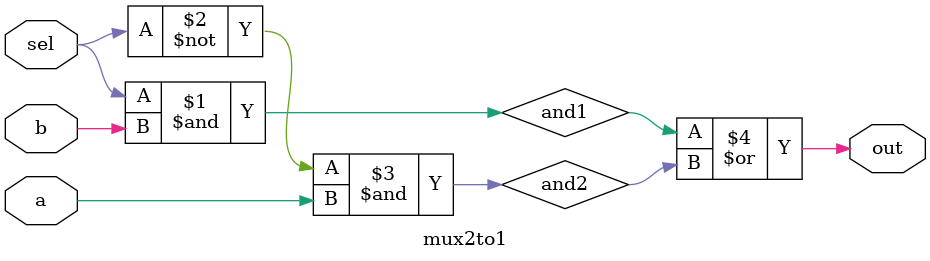
<source format=v>
module mux2to1( 
    input a, b, sel,
    output out );
    
    wire and1;
    wire and2;
    
    assign and1 = sel & b;
    assign and2 = ~sel & a;
    assign out = and1 | and2;

endmodule
</source>
